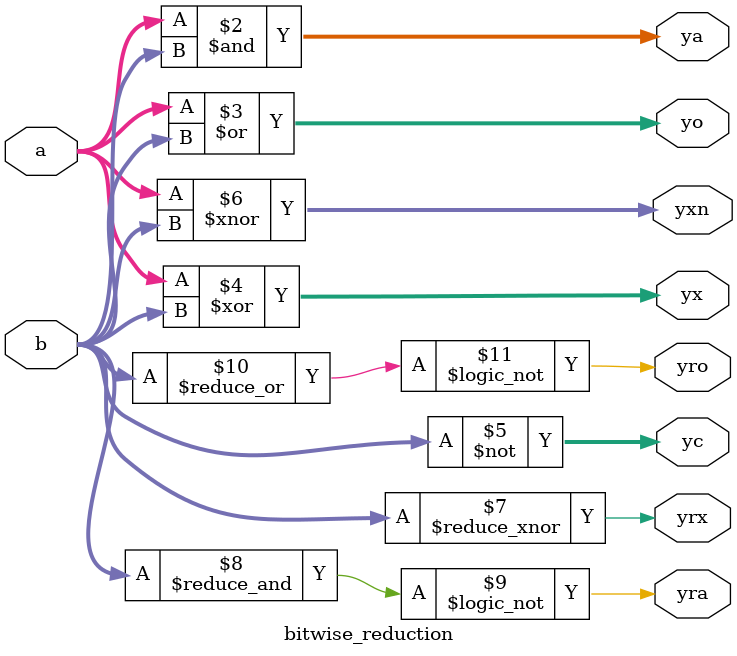
<source format=v>

module bitwise_reduction(
  input [3:0] a, b,
  output reg [3:0] ya, yo, yx, yc, yxn,
  output reg yrx, yra, yro
);
  always @(*) begin
    ya = a & b;    // Bitwise AND
    yo = a | b;    // Bitwise OR
    yx = a ^ b;    // Bitwise XOR
    yc = ~b;       // Bitwise NOT of b
    yxn = a ~^ b;  // Bitwise XNOR

    // Reduction operators
    yrx = ~^b;     // Reduction XNOR of b
    yra = ~&b;     // Reduction NAND of b
    yro = ~|b;     // Reduction NOR of b
  end
endmodule

</source>
